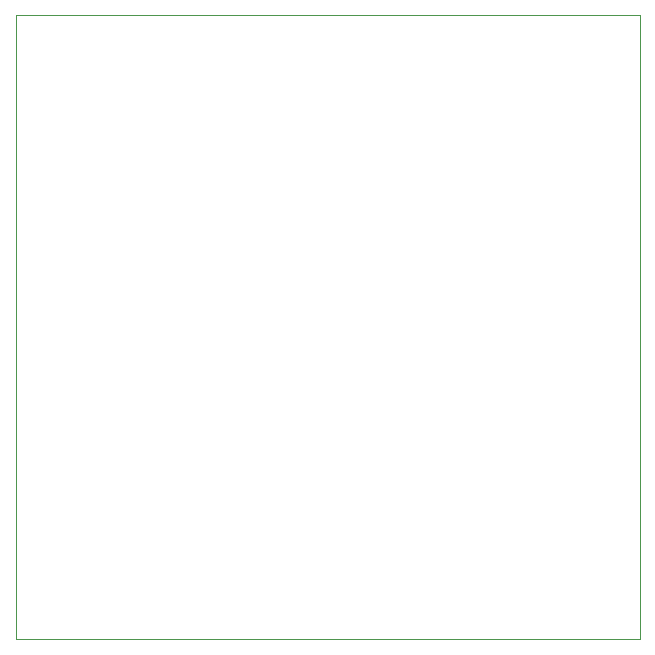
<source format=gbr>
G04 Layer_Color=0*
%FSLAX26Y26*%
%MOIN*%
%TF.FileFunction,Profile,NP*%
%TF.Part,Single*%
G01*
G75*
%TA.AperFunction,Profile*%
%ADD59C,0.001000*%
D59*
X960000Y960000D02*
X3040000D01*
X3040000Y3040000D01*
X960000Y3040000D01*
X960000Y960000D01*
%TF.MD5,c18cda42222873d99687caa1dcc65335*%
M02*

</source>
